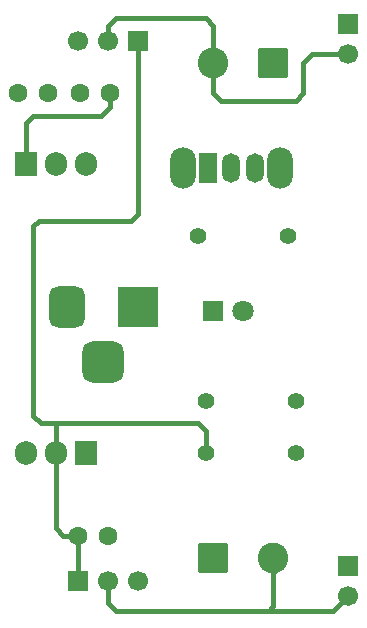
<source format=gbr>
%TF.GenerationSoftware,KiCad,Pcbnew,9.0.2*%
%TF.CreationDate,2025-06-14T22:12:10+08:00*%
%TF.ProjectId,Breadboard Power Supply,42726561-6462-46f6-9172-6420506f7765,1*%
%TF.SameCoordinates,Original*%
%TF.FileFunction,Copper,L1,Top*%
%TF.FilePolarity,Positive*%
%FSLAX46Y46*%
G04 Gerber Fmt 4.6, Leading zero omitted, Abs format (unit mm)*
G04 Created by KiCad (PCBNEW 9.0.2) date 2025-06-14 22:12:10*
%MOMM*%
%LPD*%
G01*
G04 APERTURE LIST*
G04 Aperture macros list*
%AMRoundRect*
0 Rectangle with rounded corners*
0 $1 Rounding radius*
0 $2 $3 $4 $5 $6 $7 $8 $9 X,Y pos of 4 corners*
0 Add a 4 corners polygon primitive as box body*
4,1,4,$2,$3,$4,$5,$6,$7,$8,$9,$2,$3,0*
0 Add four circle primitives for the rounded corners*
1,1,$1+$1,$2,$3*
1,1,$1+$1,$4,$5*
1,1,$1+$1,$6,$7*
1,1,$1+$1,$8,$9*
0 Add four rect primitives between the rounded corners*
20,1,$1+$1,$2,$3,$4,$5,0*
20,1,$1+$1,$4,$5,$6,$7,0*
20,1,$1+$1,$6,$7,$8,$9,0*
20,1,$1+$1,$8,$9,$2,$3,0*%
G04 Aperture macros list end*
%TA.AperFunction,ComponentPad*%
%ADD10C,1.400000*%
%TD*%
%TA.AperFunction,ComponentPad*%
%ADD11C,1.600000*%
%TD*%
%TA.AperFunction,ComponentPad*%
%ADD12O,2.200000X3.500000*%
%TD*%
%TA.AperFunction,ComponentPad*%
%ADD13R,1.500000X2.500000*%
%TD*%
%TA.AperFunction,ComponentPad*%
%ADD14O,1.500000X2.500000*%
%TD*%
%TA.AperFunction,ComponentPad*%
%ADD15R,1.800000X1.800000*%
%TD*%
%TA.AperFunction,ComponentPad*%
%ADD16C,1.800000*%
%TD*%
%TA.AperFunction,ComponentPad*%
%ADD17R,1.905000X2.000000*%
%TD*%
%TA.AperFunction,ComponentPad*%
%ADD18O,1.905000X2.000000*%
%TD*%
%TA.AperFunction,ComponentPad*%
%ADD19RoundRect,0.250000X1.050000X1.050000X-1.050000X1.050000X-1.050000X-1.050000X1.050000X-1.050000X0*%
%TD*%
%TA.AperFunction,ComponentPad*%
%ADD20C,2.600000*%
%TD*%
%TA.AperFunction,ComponentPad*%
%ADD21R,1.700000X1.700000*%
%TD*%
%TA.AperFunction,ComponentPad*%
%ADD22C,1.700000*%
%TD*%
%TA.AperFunction,ComponentPad*%
%ADD23RoundRect,0.250000X-1.050000X-1.050000X1.050000X-1.050000X1.050000X1.050000X-1.050000X1.050000X0*%
%TD*%
%TA.AperFunction,ComponentPad*%
%ADD24R,3.500000X3.500000*%
%TD*%
%TA.AperFunction,ComponentPad*%
%ADD25RoundRect,0.750000X-0.750000X-1.000000X0.750000X-1.000000X0.750000X1.000000X-0.750000X1.000000X0*%
%TD*%
%TA.AperFunction,ComponentPad*%
%ADD26RoundRect,0.875000X-0.875000X-0.875000X0.875000X-0.875000X0.875000X0.875000X-0.875000X0.875000X0*%
%TD*%
%TA.AperFunction,Conductor*%
%ADD27C,0.406400*%
%TD*%
G04 APERTURE END LIST*
D10*
%TO.P,R3,1*%
%TO.N,GND*%
X138430000Y-95885000D03*
%TO.P,R3,2*%
%TO.N,Net-(U2-ADJ)*%
X146050000Y-95885000D03*
%TD*%
D11*
%TO.P,C1,1*%
%TO.N,/12V*%
X130302000Y-69850000D03*
%TO.P,C1,2*%
%TO.N,GND*%
X127802000Y-69850000D03*
%TD*%
D12*
%TO.P,S1,*%
%TO.N,*%
X136490000Y-76200000D03*
X144690000Y-76200000D03*
D13*
%TO.P,S1,1*%
%TO.N,/12V*%
X138590000Y-76200000D03*
D14*
%TO.P,S1,2*%
%TO.N,/PWR_input*%
X140590000Y-76200000D03*
%TO.P,S1,3*%
%TO.N,unconnected-(S1-Pad3)*%
X142590000Y-76200000D03*
%TD*%
D15*
%TO.P,D1,1,K*%
%TO.N,GND*%
X139065000Y-88265000D03*
D16*
%TO.P,D1,2,A*%
%TO.N,Net-(D1-A)*%
X141605000Y-88265000D03*
%TD*%
D17*
%TO.P,U1,1,VI*%
%TO.N,/12V*%
X123190000Y-75880000D03*
D18*
%TO.P,U1,2,GND*%
%TO.N,GND*%
X125730000Y-75880000D03*
%TO.P,U1,3,VO*%
%TO.N,/5V*%
X128270000Y-75880000D03*
%TD*%
D11*
%TO.P,C2,1*%
%TO.N,/5V*%
X122555000Y-69850000D03*
%TO.P,C2,2*%
%TO.N,GND*%
X125055000Y-69850000D03*
%TD*%
D10*
%TO.P,R2,1*%
%TO.N,Net-(D1-A)*%
X145415000Y-81915000D03*
%TO.P,R2,2*%
%TO.N,/12V*%
X137795000Y-81915000D03*
%TD*%
D19*
%TO.P,J5,1,Pin_1*%
%TO.N,GND*%
X144145000Y-67310000D03*
D20*
%TO.P,J5,2,Pin_2*%
%TO.N,/PWR_OUT_TOP*%
X139065000Y-67310000D03*
%TD*%
D21*
%TO.P,J4,1,Pin_1*%
%TO.N,/3.3V*%
X127635000Y-111125000D03*
D22*
%TO.P,J4,2,Pin_2*%
%TO.N,/PWR_OUT_BOT*%
X130175000Y-111125000D03*
%TO.P,J4,3,Pin_3*%
%TO.N,/5V*%
X132715000Y-111125000D03*
%TD*%
D17*
%TO.P,U2,1,ADJ*%
%TO.N,Net-(U2-ADJ)*%
X128270000Y-100330000D03*
D18*
%TO.P,U2,2,VO*%
%TO.N,/3.3V*%
X125730000Y-100330000D03*
%TO.P,U2,3,VI*%
%TO.N,/12V*%
X123190000Y-100330000D03*
%TD*%
D21*
%TO.P,J3,1,Pin_1*%
%TO.N,/3.3V*%
X132715000Y-65405000D03*
D22*
%TO.P,J3,2,Pin_2*%
%TO.N,/PWR_OUT_TOP*%
X130175000Y-65405000D03*
%TO.P,J3,3,Pin_3*%
%TO.N,/5V*%
X127635000Y-65405000D03*
%TD*%
D23*
%TO.P,J7,1,Pin_1*%
%TO.N,GND*%
X139065000Y-109220000D03*
D20*
%TO.P,J7,2,Pin_2*%
%TO.N,/PWR_OUT_BOT*%
X144145000Y-109220000D03*
%TD*%
D21*
%TO.P,J1,1,Pin_1*%
%TO.N,GND*%
X150495000Y-64028400D03*
D22*
%TO.P,J1,2,Pin_2*%
%TO.N,/PWR_OUT_TOP*%
X150495000Y-66568400D03*
%TD*%
D11*
%TO.P,C3,1*%
%TO.N,/3.3V*%
X127635000Y-107315000D03*
%TO.P,C3,2*%
%TO.N,GND*%
X130135000Y-107315000D03*
%TD*%
D21*
%TO.P,J2,1,Pin_1*%
%TO.N,GND*%
X150495000Y-109850000D03*
D22*
%TO.P,J2,2,Pin_2*%
%TO.N,/PWR_OUT_BOT*%
X150495000Y-112390000D03*
%TD*%
D10*
%TO.P,R1,1*%
%TO.N,Net-(U2-ADJ)*%
X146050000Y-100330000D03*
%TO.P,R1,2*%
%TO.N,/3.3V*%
X138430000Y-100330000D03*
%TD*%
D24*
%TO.P,J6,1*%
%TO.N,/PWR_input*%
X132715000Y-87942500D03*
D25*
%TO.P,J6,2*%
%TO.N,GND*%
X126715000Y-87942500D03*
D26*
%TO.P,J6,3*%
X129715000Y-92642500D03*
%TD*%
D27*
%TO.N,/12V*%
X130302000Y-70993000D02*
X129540000Y-71755000D01*
X129540000Y-71755000D02*
X123825000Y-71755000D01*
X123190000Y-72390000D02*
X123190000Y-75880000D01*
X123825000Y-71755000D02*
X123190000Y-72390000D01*
X130302000Y-69850000D02*
X130302000Y-70993000D01*
%TO.N,/3.3V*%
X125730000Y-100330000D02*
X125730000Y-97790000D01*
X138430000Y-98425000D02*
X138430000Y-100330000D01*
X132715000Y-80057412D02*
X132127412Y-80645000D01*
X123825000Y-81102560D02*
X123825000Y-97155000D01*
X124282560Y-80645000D02*
X123825000Y-81102560D01*
X125730000Y-97790000D02*
X137795000Y-97790000D01*
X126365000Y-107315000D02*
X127635000Y-107315000D01*
X132715000Y-65405000D02*
X132715000Y-80057412D01*
X124460000Y-97790000D02*
X125730000Y-97790000D01*
X137795000Y-97790000D02*
X138430000Y-98425000D01*
X132127412Y-80645000D02*
X124282560Y-80645000D01*
X127635000Y-107315000D02*
X127635000Y-111125000D01*
X125730000Y-106680000D02*
X126365000Y-107315000D01*
X123825000Y-97155000D02*
X124460000Y-97790000D01*
X125730000Y-100330000D02*
X125730000Y-106680000D01*
%TO.N,/PWR_OUT_TOP*%
X130048000Y-65278000D02*
X130175000Y-65405000D01*
X146050000Y-70485000D02*
X139700000Y-70485000D01*
X139700000Y-70485000D02*
X139065000Y-69850000D01*
X130175000Y-64135000D02*
X130175000Y-65405000D01*
X146685000Y-67310000D02*
X146685000Y-69850000D01*
X139065000Y-67310000D02*
X139075000Y-67300000D01*
X139065000Y-69850000D02*
X139065000Y-67310000D01*
X147426600Y-66568400D02*
X146685000Y-67310000D01*
X139065000Y-64135000D02*
X138430000Y-63500000D01*
X146685000Y-69850000D02*
X146050000Y-70485000D01*
X130810000Y-63500000D02*
X130175000Y-64135000D01*
X138430000Y-63500000D02*
X130810000Y-63500000D01*
X150495000Y-66568400D02*
X147426600Y-66568400D01*
X130302000Y-65278000D02*
X130175000Y-65405000D01*
X139065000Y-67310000D02*
X139065000Y-64135000D01*
%TO.N,/PWR_OUT_BOT*%
X149220000Y-113665000D02*
X150495000Y-112390000D01*
X150495000Y-112390000D02*
X150495000Y-113030000D01*
X144272000Y-109519500D02*
X144145000Y-109392500D01*
X130175000Y-111125000D02*
X130175000Y-113030000D01*
X144145000Y-113284000D02*
X143764000Y-113665000D01*
X144145000Y-109392500D02*
X144145000Y-109220000D01*
X130810000Y-113665000D02*
X143764000Y-113665000D01*
X143764000Y-113665000D02*
X149220000Y-113665000D01*
X144145000Y-109220000D02*
X144145000Y-113284000D01*
X130175000Y-113030000D02*
X130810000Y-113665000D01*
X144272000Y-110297000D02*
X144145000Y-110170000D01*
%TD*%
M02*

</source>
